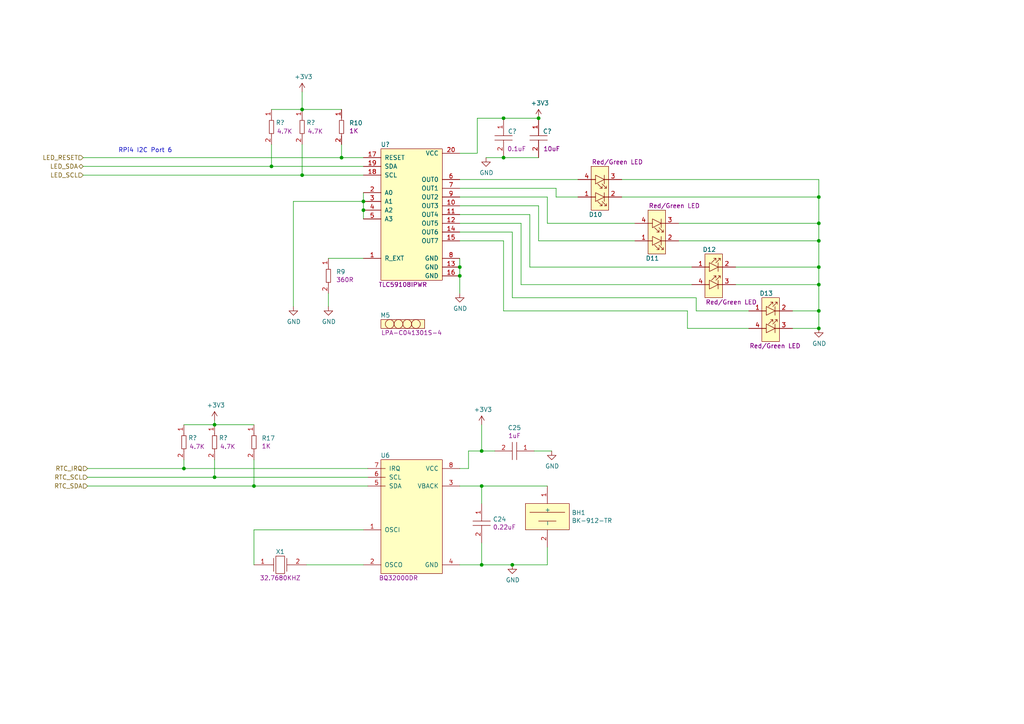
<source format=kicad_sch>
(kicad_sch (version 20231120) (generator "eeschema") (generator_version "8.0")
  (paper "A4")
  (lib_symbols
    (symbol "agricoltura-madre-rpi4-hat-rescue:+3.3V-power" (power) (pin_names (offset 0))
      (property "Value" "power_+3.3V" (at 0 3.556 0))
      (symbol "+3.3V-power_1_1"
        (pin power_in line (at 0 0 90) (length 0) hide (name "+3V3") (number "1"))
      )
    )
    (symbol "agricoltura-madre-rpi4-hat-rescue:APHBM2012SURKCGKC-growbox-KiCAD-Diodes" (pin_names (offset 1.016))
      (property "Reference" "D" (at -3.81 3.81 0))
      (property "_Value_" "Red/Green LED" (at 58.42 63.5 0))
      (symbol "APHBM2012SURKCGKC-growbox-KiCAD-Diodes_1_1"
        (pin passive line (at -6.35 0 0) (length 5.08) (name "~") (number "1"))
        (pin passive line (at 6.35 0 180) (length 5.08) (name "~") (number "2"))
        (pin passive line (at 6.35 -5.08 180) (length 5.08) (name "~") (number "3"))
        (pin passive line (at -6.35 -5.08 0) (length 5.08) (name "~") (number "4"))
      )
    )
    (symbol "agricoltura-madre-rpi4-hat-rescue:BK-912-TR-growbox-KiCAD-Battery-Holders" (pin_names (offset 1.016))
      (property "Reference" "BH" (at -2.54 6.35 0))
      (property "Value" "growbox-KiCAD-Battery-Holders_BK-912-TR" (at 2.54 -8.89 0))
      (symbol "BK-912-TR-growbox-KiCAD-Battery-Holders_1_1"
        (pin power_out line (at -8.89 -1.27 0) (length 5.08) (name "+") (number "1"))
        (pin passive line (at 8.89 -1.27 180) (length 5.08) (name "-") (number "2"))
      )
    )
    (symbol "agricoltura-madre-rpi4-hat-rescue:BQ32000DR-growbox-KiCAD-ICs-agricoltura-rpi4-hat-rescue" (pin_names (offset 1.016))
      (property "Reference" "U" (at -2.54 2.54 0))
      (property "_Value_" "BQ32000DR" (at 58.42 63.5 0))
      (symbol "BQ32000DR-growbox-KiCAD-ICs-agricoltura-rpi4-hat-rescue_1_1"
        (pin input line (at -5.08 -20.32 0) (length 5.08) (name "OSCI") (number "1"))
        (pin output line (at -5.08 -30.48 0) (length 5.08) (name "OSCO") (number "2"))
        (pin power_in line (at 22.86 -7.62 180) (length 5.08) (name "VBACK") (number "3"))
        (pin passive line (at 22.86 -30.48 180) (length 5.08) (name "GND") (number "4"))
        (pin bidirectional line (at -3.81 -7.62 0) (length 5.08) (name "SDA") (number "5"))
        (pin input line (at -3.81 -5.08 0) (length 5.08) (name "SCL") (number "6"))
        (pin output line (at -3.81 -2.54 0) (length 5.08) (name "IRQ") (number "7"))
        (pin power_in line (at 22.86 -2.54 180) (length 5.08) (name "VCC") (number "8"))
      )
    )
    (symbol "agricoltura-madre-rpi4-hat-rescue:ECS-.327-12.5-34B-TR-growbox-KiCAD-Oscillators-Clocks" (pin_names (offset 1.016))
      (property "Reference" "X" (at -2.54 2.54 0))
      (property "_Value_" "32.7680KHZ" (at 58.42 63.5 0))
      (symbol "ECS-.327-12.5-34B-TR-growbox-KiCAD-Oscillators-Clocks_1_1"
        (pin passive line (at -7.62 0 0) (length 5.08) (name "~") (number "1"))
        (pin passive line (at 7.62 0 180) (length 5.08) (name "~") (number "2"))
      )
    )
    (symbol "agricoltura-madre-rpi4-hat-rescue:GND-power" (power) (pin_names (offset 0))
      (property "Value" "power_GND" (at 0 -3.81 0))
      (symbol "GND-power_1_1"
        (pin power_in line (at 0 0 270) (length 0) hide (name "GND") (number "1"))
      )
    )
    (symbol "agricoltura-madre-rpi4-hat-rescue:GRM155C81A105KA12D-growbox-KiCAD-Capacitors" (pin_names (offset 1.016))
      (property "Reference" "C" (at -2.54 2.54 0))
      (property "_Value_" "1uF" (at 58.42 63.5 0))
      (symbol "GRM155C81A105KA12D-growbox-KiCAD-Capacitors_1_1"
        (pin input line (at -5.08 0 0) (length 5.08) (name "~") (number "1"))
        (pin input line (at 6.35 0 180) (length 5.08) (name "~") (number "2"))
      )
    )
    (symbol "agricoltura-madre-rpi4-hat-rescue:GRM155R71A224KE01D-growbox-KiCAD-Capacitors" (pin_names (offset 1.016))
      (property "Reference" "C" (at -2.54 2.54 0))
      (property "_Value_" "0.22uF" (at 58.42 63.5 0))
      (symbol "GRM155R71A224KE01D-growbox-KiCAD-Capacitors_1_1"
        (pin input line (at -5.08 0 0) (length 5.08) (name "~") (number "1"))
        (pin input line (at 6.35 0 180) (length 5.08) (name "~") (number "2"))
      )
    )
    (symbol "agricoltura-madre-rpi4-hat-rescue:GRM155R71E104KE14J-growbox-KiCAD-Capacitors" (pin_names (offset 1.016))
      (property "Reference" "C" (at -2.54 2.54 0))
      (property "_Value_" "0.1uF" (at 58.42 63.5 0))
      (symbol "GRM155R71E104KE14J-growbox-KiCAD-Capacitors_1_1"
        (pin input line (at -5.08 0 0) (length 5.08) (name "~") (number "1"))
        (pin input line (at 6.35 0 180) (length 5.08) (name "~") (number "2"))
      )
    )
    (symbol "agricoltura-madre-rpi4-hat-rescue:GRM188R61A106KE69J-growbox-KiCAD-Capacitors" (pin_names (offset 1.016))
      (property "Reference" "C" (at -2.54 2.54 0))
      (property "_Value_" "10uF" (at 58.42 63.5 0))
      (symbol "GRM188R61A106KE69J-growbox-KiCAD-Capacitors_1_1"
        (pin input line (at -5.08 0 0) (length 5.08) (name "~") (number "1"))
        (pin input line (at 6.35 0 180) (length 5.08) (name "~") (number "2"))
      )
    )
    (symbol "agricoltura-madre-rpi4-hat-rescue:LPA-C041301S-4-growbox-KiCAD-Special" (pin_names (offset 1.016))
      (property "Reference" "M" (at -2.54 2.54 0))
      (property "_Value_" "LPA-C041301S-4" (at 58.42 63.5 0))
    )
    (symbol "agricoltura-madre-rpi4-hat-rescue:RC0402FR-071KL-growbox-KiCAD-Resistors" (pin_names (offset 1.016))
      (property "Reference" "R" (at -2.54 2.54 0))
      (property "Value" "growbox-KiCAD-Resistors_RC0402FR-071KL" (at 1.27 5.08 0))
      (property "_Value_" "1K" (at 58.42 63.5 0))
      (symbol "RC0402FR-071KL-growbox-KiCAD-Resistors_1_1"
        (pin passive line (at -5.08 0 0) (length 2.5146) (name "~") (number "1"))
        (pin passive line (at 5.08 0 180) (length 2.5146) (name "~") (number "2"))
      )
    )
    (symbol "agricoltura-madre-rpi4-hat-rescue:RC0402FR-07360RL-growbox-KiCAD-Resistors" (pin_names (offset 1.016))
      (property "Reference" "R" (at -2.54 2.54 0))
      (property "Value" "growbox-KiCAD-Resistors_RC0402FR-07360RL" (at 1.27 5.08 0))
      (property "_Value_" "360R" (at 58.42 63.5 0))
      (symbol "RC0402FR-07360RL-growbox-KiCAD-Resistors_1_1"
        (pin passive line (at -5.08 0 0) (length 2.5146) (name "~") (number "1"))
        (pin passive line (at 5.08 0 180) (length 2.5146) (name "~") (number "2"))
      )
    )
    (symbol "agricoltura-madre-rpi4-hat-rescue:RC0402FR-074K7L-growbox-KiCAD-Resistors" (pin_names (offset 1.016))
      (property "Reference" "R" (at -2.54 2.54 0))
      (property "Value" "growbox-KiCAD-Resistors_RC0402FR-074K7L" (at 1.27 5.08 0))
      (property "_Value_" "4.7K" (at 58.42 63.5 0))
      (symbol "RC0402FR-074K7L-growbox-KiCAD-Resistors_1_1"
        (pin passive line (at -5.08 0 0) (length 2.5146) (name "~") (number "1"))
        (pin passive line (at 5.08 0 180) (length 2.5146) (name "~") (number "2"))
      )
    )
    (symbol "agricoltura-madre-rpi4-hat-rescue:TLC59108IPWR-growbox-KiCAD-ICs" (pin_names (offset 1.016))
      (property "Reference" "U" (at 0 1.27 0))
      (property "_Value_" "TLC59108IPWR" (at 58.42 63.5 0))
      (symbol "TLC59108IPWR-growbox-KiCAD-ICs_1_1"
        (pin input line (at -5.08 -31.75 0) (length 5.08) (name "R_EXT") (number "1"))
        (pin output line (at 22.86 -16.51 180) (length 5.08) (name "OUT3") (number "10"))
        (pin output line (at 22.86 -19.05 180) (length 5.08) (name "OUT4") (number "11"))
        (pin output line (at 22.86 -21.59 180) (length 5.08) (name "OUT5") (number "12"))
        (pin passive line (at 22.86 -34.29 180) (length 5.08) (name "GND") (number "13"))
        (pin output line (at 22.86 -24.13 180) (length 5.08) (name "OUT6") (number "14"))
        (pin output line (at 22.86 -26.67 180) (length 5.08) (name "OUT7") (number "15"))
        (pin passive line (at 22.86 -36.83 180) (length 5.08) (name "GND") (number "16"))
        (pin input line (at -5.08 -2.54 0) (length 5.08) (name "RESET") (number "17"))
        (pin input line (at -5.08 -7.62 0) (length 5.08) (name "SCL") (number "18"))
        (pin bidirectional line (at -5.08 -5.08 0) (length 5.08) (name "SDA") (number "19"))
        (pin input line (at -5.08 -12.7 0) (length 5.08) (name "A0") (number "2"))
        (pin power_in line (at 22.86 -1.27 180) (length 5.08) (name "VCC") (number "20"))
        (pin input line (at -5.08 -15.24 0) (length 5.08) (name "A1") (number "3"))
        (pin input line (at -5.08 -17.78 0) (length 5.08) (name "A2") (number "4"))
        (pin input line (at -5.08 -20.32 0) (length 5.08) (name "A3") (number "5"))
        (pin output line (at 22.86 -8.89 180) (length 5.08) (name "OUT0") (number "6"))
        (pin output line (at 22.86 -11.43 180) (length 5.08) (name "OUT1") (number "7"))
        (pin passive line (at 22.86 -31.75 180) (length 5.08) (name "GND") (number "8"))
        (pin output line (at 22.86 -13.97 180) (length 5.08) (name "OUT2") (number "9"))
      )
    )
  )
  (junction (at 146.05 45.72))
  (junction (at 237.49 95.25))
  (junction (at 62.23 123.19))
  (junction (at 237.49 69.85))
  (junction (at 148.59 163.83))
  (junction (at 139.7 140.97))
  (junction (at 133.35 77.47))
  (junction (at 237.49 90.17))
  (junction (at 146.05 34.29))
  (junction (at 62.23 138.43))
  (junction (at 237.49 77.47))
  (junction (at 99.06 45.72))
  (junction (at 53.34 135.89))
  (junction (at 237.49 57.15))
  (junction (at 156.21 34.29))
  (junction (at 105.41 58.42))
  (junction (at 237.49 64.77))
  (junction (at 87.63 50.8))
  (junction (at 133.35 80.01))
  (junction (at 78.74 48.26))
  (junction (at 139.7 130.81))
  (junction (at 87.63 31.75))
  (junction (at 139.7 163.83))
  (junction (at 237.49 82.55))
  (junction (at 105.41 60.96))
  (junction (at 73.66 140.97))
  (wire (pts (xy 95.25 74.93) (xy 105.41 74.93)))
  (wire (pts (xy 87.63 41.91) (xy 87.63 50.8)))
  (wire (pts (xy 53.34 135.89) (xy 25.4 135.89)))
  (wire (pts (xy 237.49 52.07) (xy 237.49 57.15)))
  (wire (pts (xy 237.49 64.77) (xy 237.49 69.85)))
  (wire (pts (xy 156.21 34.29) (xy 146.05 34.29)))
  (wire (pts (xy 24.13 48.26) (xy 78.74 48.26)))
  (wire (pts (xy 199.39 90.17) (xy 146.05 90.17)))
  (wire (pts (xy 139.7 163.83) (xy 139.7 157.48)))
  (wire (pts (xy 139.7 140.97) (xy 158.75 140.97)))
  (wire (pts (xy 160.02 130.81) (xy 154.94 130.81)))
  (wire (pts (xy 158.75 57.15) (xy 158.75 64.77)))
  (wire (pts (xy 135.89 135.89) (xy 133.35 135.89)))
  (wire (pts (xy 217.17 95.25) (xy 199.39 95.25)))
  (wire (pts (xy 62.23 121.92) (xy 62.23 123.19)))
  (wire (pts (xy 133.35 57.15) (xy 158.75 57.15)))
  (wire (pts (xy 139.7 130.81) (xy 135.89 130.81)))
  (wire (pts (xy 237.49 95.25) (xy 229.87 95.25)))
  (wire (pts (xy 237.49 77.47) (xy 237.49 82.55)))
  (wire (pts (xy 78.74 41.91) (xy 78.74 48.26)))
  (wire (pts (xy 135.89 130.81) (xy 135.89 135.89)))
  (wire (pts (xy 180.34 57.15) (xy 237.49 57.15)))
  (wire (pts (xy 87.63 26.67) (xy 87.63 31.75)))
  (wire (pts (xy 148.59 163.83) (xy 158.75 163.83)))
  (wire (pts (xy 148.59 67.31) (xy 148.59 86.36)))
  (wire (pts (xy 213.36 77.47) (xy 237.49 77.47)))
  (wire (pts (xy 106.68 135.89) (xy 53.34 135.89)))
  (wire (pts (xy 201.93 86.36) (xy 201.93 90.17)))
  (wire (pts (xy 140.97 45.72) (xy 146.05 45.72)))
  (wire (pts (xy 196.85 69.85) (xy 237.49 69.85)))
  (wire (pts (xy 133.35 163.83) (xy 139.7 163.83)))
  (wire (pts (xy 146.05 69.85) (xy 133.35 69.85)))
  (wire (pts (xy 138.43 34.29) (xy 138.43 44.45)))
  (wire (pts (xy 133.35 62.23) (xy 153.67 62.23)))
  (wire (pts (xy 237.49 57.15) (xy 237.49 64.77)))
  (wire (pts (xy 237.49 90.17) (xy 237.49 95.25)))
  (wire (pts (xy 24.13 45.72) (xy 99.06 45.72)))
  (wire (pts (xy 139.7 163.83) (xy 148.59 163.83)))
  (wire (pts (xy 85.09 58.42) (xy 85.09 88.9)))
  (wire (pts (xy 237.49 82.55) (xy 237.49 90.17)))
  (wire (pts (xy 105.41 58.42) (xy 85.09 58.42)))
  (wire (pts (xy 73.66 153.67) (xy 73.66 163.83)))
  (wire (pts (xy 146.05 45.72) (xy 156.21 45.72)))
  (wire (pts (xy 62.23 133.35) (xy 62.23 138.43)))
  (wire (pts (xy 146.05 90.17) (xy 146.05 69.85)))
  (wire (pts (xy 148.59 86.36) (xy 201.93 86.36)))
  (wire (pts (xy 133.35 77.47) (xy 133.35 80.01)))
  (wire (pts (xy 105.41 153.67) (xy 73.66 153.67)))
  (wire (pts (xy 200.66 82.55) (xy 151.13 82.55)))
  (wire (pts (xy 133.35 52.07) (xy 167.64 52.07)))
  (wire (pts (xy 88.9 163.83) (xy 105.41 163.83)))
  (wire (pts (xy 24.13 50.8) (xy 87.63 50.8)))
  (wire (pts (xy 133.35 80.01) (xy 133.35 85.09)))
  (wire (pts (xy 184.15 69.85) (xy 156.21 69.85)))
  (wire (pts (xy 73.66 123.19) (xy 62.23 123.19)))
  (wire (pts (xy 201.93 90.17) (xy 217.17 90.17)))
  (wire (pts (xy 156.21 59.69) (xy 133.35 59.69)))
  (wire (pts (xy 53.34 123.19) (xy 62.23 123.19)))
  (wire (pts (xy 78.74 48.26) (xy 105.41 48.26)))
  (wire (pts (xy 133.35 67.31) (xy 148.59 67.31)))
  (wire (pts (xy 95.25 85.09) (xy 95.25 88.9)))
  (wire (pts (xy 106.68 138.43) (xy 62.23 138.43)))
  (wire (pts (xy 133.35 74.93) (xy 133.35 77.47)))
  (wire (pts (xy 105.41 58.42) (xy 105.41 60.96)))
  (wire (pts (xy 87.63 50.8) (xy 105.41 50.8)))
  (wire (pts (xy 73.66 133.35) (xy 73.66 140.97)))
  (wire (pts (xy 143.51 130.81) (xy 139.7 130.81)))
  (wire (pts (xy 139.7 123.19) (xy 139.7 130.81)))
  (wire (pts (xy 180.34 52.07) (xy 237.49 52.07)))
  (wire (pts (xy 139.7 140.97) (xy 139.7 146.05)))
  (wire (pts (xy 158.75 163.83) (xy 158.75 158.75)))
  (wire (pts (xy 133.35 140.97) (xy 139.7 140.97)))
  (wire (pts (xy 105.41 45.72) (xy 99.06 45.72)))
  (wire (pts (xy 153.67 77.47) (xy 200.66 77.47)))
  (wire (pts (xy 237.49 69.85) (xy 237.49 77.47)))
  (wire (pts (xy 158.75 64.77) (xy 184.15 64.77)))
  (wire (pts (xy 151.13 64.77) (xy 133.35 64.77)))
  (wire (pts (xy 229.87 90.17) (xy 237.49 90.17)))
  (wire (pts (xy 196.85 64.77) (xy 237.49 64.77)))
  (wire (pts (xy 156.21 69.85) (xy 156.21 59.69)))
  (wire (pts (xy 105.41 55.88) (xy 105.41 58.42)))
  (wire (pts (xy 99.06 45.72) (xy 99.06 41.91)))
  (wire (pts (xy 213.36 82.55) (xy 237.49 82.55)))
  (wire (pts (xy 153.67 62.23) (xy 153.67 77.47)))
  (wire (pts (xy 99.06 31.75) (xy 87.63 31.75)))
  (wire (pts (xy 105.41 60.96) (xy 105.41 63.5)))
  (wire (pts (xy 133.35 54.61) (xy 161.29 54.61)))
  (wire (pts (xy 199.39 95.25) (xy 199.39 90.17)))
  (wire (pts (xy 151.13 82.55) (xy 151.13 64.77)))
  (wire (pts (xy 146.05 34.29) (xy 138.43 34.29)))
  (wire (pts (xy 62.23 138.43) (xy 25.4 138.43)))
  (wire (pts (xy 53.34 133.35) (xy 53.34 135.89)))
  (wire (pts (xy 161.29 57.15) (xy 167.64 57.15)))
  (wire (pts (xy 138.43 44.45) (xy 133.35 44.45)))
  (wire (pts (xy 73.66 140.97) (xy 25.4 140.97)))
  (wire (pts (xy 78.74 31.75) (xy 87.63 31.75)))
  (wire (pts (xy 106.68 140.97) (xy 73.66 140.97)))
  (wire (pts (xy 161.29 54.61) (xy 161.29 57.15)))
  (text "RPi4 I2C Port 6" (at 34.29 44.45 0) (effects (font (size 1.27 1.27)) (justify left bottom)))
  (hierarchical_label "LED_SCL" (shape input) (at 24.13 50.8 180))
  (hierarchical_label "RTC_IRQ" (shape input) (at 25.4 135.89 180))
  (hierarchical_label "RTC_SDA" (shape input) (at 25.4 140.97 180))
  (hierarchical_label "LED_RESET" (shape input) (at 24.13 45.72 180))
  (hierarchical_label "LED_SDA" (shape bidirectional) (at 24.13 48.26 180))
  (hierarchical_label "RTC_SCL" (shape input) (at 25.4 138.43 180))
  (symbol (lib_id "agricoltura-madre-rpi4-hat-rescue:TLC59108IPWR-growbox-KiCAD-ICs") (at 110.49 43.18 0) (unit 1)
    (property "Reference" "U?" (at 111.76 41.91 0))
    (property "Value" "TLC59108IPWR" (effects (hide yes)))
    (property "Footprint" "growbox-KiCAD-ICs:20TSSOP_Ti_PWR" (effects (hide yes)))
    (property "Datasheet" "https://www.ti.com/lit/ds/symlink/tlc59108.pdf" (effects (hide yes)))
    (property "Cost QTY: 1" "1.95000" (effects (hide yes)))
    (property "Cost QTY: 1000" "0.89100" (effects (hide yes)))
    (property "Cost QTY: 2500" "0.85800" (effects (hide yes)))
    (property "Cost QTY: 5000" "*" (effects (hide yes)))
    (property "Cost QTY: 10000" "0.81180" (effects (hide yes)))
    (property "MFR" "TLC59108IPWR" (effects (hide yes)))
    (property "MFR#" "Texas Instruments" (effects (hide yes)))
    (property "Vendor" "Digikey" (effects (hide yes)))
    (property "Vendor #" "296-25340-2-ND" (effects (hide yes)))
    (property "Designer" "AVR" (effects (hide yes)))
    (property "Height" "*" (effects (hide yes)))
    (property "Date Created" "3/15/2020" (effects (hide yes)))
    (property "Date Modified" "3/15/2020" (effects (hide yes)))
    (property "Lead-Free ?" "Yes" (effects (hide yes)))
    (property "RoHS Levels" "1" (effects (hide yes)))
    (property "Mounting" "SMT" (effects (hide yes)))
    (property "Pin Count #" "20" (effects (hide yes)))
    (property "Status" "Active" (effects (hide yes)))
    (property "Tolerance" "*" (effects (hide yes)))
    (property "Type" "LED Driver" (effects (hide yes)))
    (property "Voltage" "3-5.5V IN, 17V OUT" (effects (hide yes)))
    (property "Package" "20-TSSOP" (effects (hide yes)))
    (property "Description" "LED Driver IC 8 Output Linear   Dimming 120mA 20-TSSOP" (effects (hide yes)))
    (property "_Value_" "TLC59108IPWR" (at 116.84 82.55 0))
    (property "Management_ID" "*" (effects (hide yes)))
    (instances (project "agricoltura-madre-rpi4-hat" (path "" (reference "U?") (unit 1)) (path "" (reference "U?") (unit 1)) (path "" (reference "U4") (unit 1))))
  )
  (symbol (lib_id "agricoltura-madre-rpi4-hat-rescue:GRM155R71E104KE14J-growbox-KiCAD-Capacitors") (at 146.05 39.37 270) (unit 1)
    (property "Reference" "C?" (at 148.59 38.1 90))
    (property "Value" "GRM155R71E104KE14J" (effects (hide yes)))
    (property "Footprint" "growbox-KiCAD-Capacitors:C0402" (effects (hide yes)))
    (property "Datasheet" "https://search.murata.co.jp/Ceramy/image/img/A01X/G101/ENG/GRM155R71E104KE14-01.pdf" (effects (hide yes)))
    (property "Cost QTY: 1" "0.10000" (effects (hide yes)))
    (property "Cost QTY: 1000" "0.00941" (effects (hide yes)))
    (property "Cost QTY: 2500" "0.00855" (effects (hide yes)))
    (property "Cost QTY: 5000" "0.00787" (effects (hide yes)))
    (property "Cost QTY: 10000" "*" (effects (hide yes)))
    (property "MFR" "Murata Electronics" (effects (hide yes)))
    (property "MFR#" "GRM155R71E104KE14J" (effects (hide yes)))
    (property "Vendor" "Digikey" (effects (hide yes)))
    (property "Vendor #" "490-14603-1-ND" (effects (hide yes)))
    (property "Designer" "AVR" (effects (hide yes)))
    (property "Height" "0.55mm" (effects (hide yes)))
    (property "Date Created" "2/28/2020" (effects (hide yes)))
    (property "Date Modified" "2/28/2020" (effects (hide yes)))
    (property "Lead-Free ?" "Yes" (effects (hide yes)))
    (property "RoHS Levels" "1" (effects (hide yes)))
    (property "Mounting" "SMT" (effects (hide yes)))
    (property "Pin Count #" "2" (effects (hide yes)))
    (property "Status" "Active" (effects (hide yes)))
    (property "Tolerance" "10%" (effects (hide yes)))
    (property "Type" "Ceramic Cap" (effects (hide yes)))
    (property "Voltage" "25V" (effects (hide yes)))
    (property "Package" "0402" (effects (hide yes)))
    (property "Description" "0.1µF ±10% 25V Ceramic Capacitor X7R 0402 (1005 Metric)" (effects (hide yes)))
    (property "_Value_" "0.1uF" (at 149.86 43.18 90))
    (property "Management_ID" "*" (effects (hide yes)))
    (instances (project "agricoltura-madre-rpi4-hat" (path "" (reference "C?") (unit 1)) (path "" (reference "C?") (unit 1)) (path "" (reference "C20") (unit 1))))
  )
  (symbol (lib_id "agricoltura-madre-rpi4-hat-rescue:GRM188R61A106KE69J-growbox-KiCAD-Capacitors") (at 156.21 39.37 270) (unit 1)
    (property "Reference" "C?" (at 158.75 38.1 90))
    (property "Value" "GRM188R61A106KE69J" (effects (hide yes)))
    (property "Footprint" "growbox-KiCAD-Capacitors:C0603" (effects (hide yes)))
    (property "Datasheet" "https://search.murata.co.jp/Ceramy/image/img/A01X/G101/ENG/GRM188R61A106KE69-01.pdf" (effects (hide yes)))
    (property "Cost QTY: 1" "0.18000" (effects (hide yes)))
    (property "Cost QTY: 1000" "0.03841" (effects (hide yes)))
    (property "Cost QTY: 2500" "0.03674" (effects (hide yes)))
    (property "Cost QTY: 5000" "0.03340" (effects (hide yes)))
    (property "Cost QTY: 10000" "0.02640" (effects (hide yes)))
    (property "MFR" "Murata Electronics" (effects (hide yes)))
    (property "MFR#" "GRM188R61A106KE69J" (effects (hide yes)))
    (property "Vendor" "Digikey" (effects (hide yes)))
    (property "Vendor #" "490-14372-2-ND" (effects (hide yes)))
    (property "Designer" "AVR" (effects (hide yes)))
    (property "Height" "0.95mm" (effects (hide yes)))
    (property "Date Created" "2/28/2020" (effects (hide yes)))
    (property "Date Modified" "2/28/2020" (effects (hide yes)))
    (property "Lead-Free ?" "Yes" (effects (hide yes)))
    (property "RoHS Levels" "1" (effects (hide yes)))
    (property "Mounting" "SMT" (effects (hide yes)))
    (property "Pin Count #" "2" (effects (hide yes)))
    (property "Status" "Active" (effects (hide yes)))
    (property "Tolerance" "10%" (effects (hide yes)))
    (property "Type" "Ceramic Cap" (effects (hide yes)))
    (property "Voltage" "10V" (effects (hide yes)))
    (property "Package" "0603" (effects (hide yes)))
    (property "Description" "10µF ±10% 10V Ceramic Capacitor X5R 0603 (1608 Metric)" (effects (hide yes)))
    (property "_Value_" "10uF" (at 160.02 43.18 90))
    (property "Management_ID" "*" (effects (hide yes)))
    (instances (project "agricoltura-madre-rpi4-hat" (path "" (reference "C?") (unit 1)) (path "" (reference "C?") (unit 1)) (path "" (reference "C21") (unit 1))))
  )
  (symbol (lib_id "agricoltura-madre-rpi4-hat-rescue:GND-power") (at 133.35 85.09 0) (unit 1)
    (property "Reference" "#PWR029" (effects (hide yes)))
    (property "Value" "GND" (at 133.477 89.4842 0))
    (instances (project "agricoltura-madre-rpi4-hat" (path "" (reference "#PWR029") (unit 1)) (path "" (reference "#PWR?") (unit 1))))
  )
  (symbol (lib_id "agricoltura-madre-rpi4-hat-rescue:+3.3V-power") (at 156.21 34.29 0) (unit 1)
    (property "Reference" "#PWR031" (effects (hide yes)))
    (property "Value" "+3V3" (at 156.591 29.8958 0))
    (instances (project "agricoltura-madre-rpi4-hat" (path "" (reference "#PWR031") (unit 1)) (path "" (reference "#PWR?") (unit 1))))
  )
  (symbol (lib_id "agricoltura-madre-rpi4-hat-rescue:GND-power") (at 140.97 45.72 0) (unit 1)
    (property "Reference" "#PWR030" (effects (hide yes)))
    (property "Value" "GND" (at 141.097 50.1142 0))
    (instances (project "agricoltura-madre-rpi4-hat" (path "" (reference "#PWR030") (unit 1)) (path "" (reference "#PWR?") (unit 1))))
  )
  (symbol (lib_id "agricoltura-madre-rpi4-hat-rescue:APHBM2012SURKCGKC-growbox-KiCAD-Diodes") (at 173.99 57.15 0) (mirror x) (unit 1)
    (property "Reference" "D10" (at 172.72 62.23 0))
    (property "Value" "APHBM2012SURKCGKC" (effects (hide yes)))
    (property "Footprint" "growbox-KiCAD-Diodes:LED_APHBM2012SURKCGKC" (effects (hide yes)))
    (property "Datasheet" "http://www.kingbrightusa.com/images/catalog/SPEC/APHBM2012SURKCGKC.pdf" (effects (hide yes)))
    (property "Cost QTY: 1" "0.53000" (effects (hide yes)))
    (property "Cost QTY: 1000" "0.14040" (effects (hide yes)))
    (property "Cost QTY: 2500" "0.12870" (effects (hide yes)))
    (property "Cost QTY: 10000" "0.10920" (effects (hide yes)))
    (property "MFR" "Kingbright" (effects (hide yes)))
    (property "MFR#" "APHBM2012SURKCGKC" (effects (hide yes)))
    (property "Vendor" "Digikey" (effects (hide yes)))
    (property "Vendor #" "754-1093-2-ND" (effects (hide yes)))
    (property "Designer" "AVR" (effects (hide yes)))
    (property "Height" "0.45mm" (effects (hide yes)))
    (property "Date Created" "3/25/2020" (effects (hide yes)))
    (property "Date Modified" "3/25/2020" (effects (hide yes)))
    (property "Lead-Free ?" "Yes" (effects (hide yes)))
    (property "RoHS Levels" "1" (effects (hide yes)))
    (property "Mounting" "SMT" (effects (hide yes)))
    (property "Pin Count #" "4" (effects (hide yes)))
    (property "Status" "Active" (effects (hide yes)))
    (property "Tolerance" "*" (effects (hide yes)))
    (property "Type" "Red/Green Dual Color LED" (effects (hide yes)))
    (property "Voltage" "2.1V/1.95V" (effects (hide yes)))
    (property "Package" "0603" (effects (hide yes)))
    (property "Description" "Green, Red 570nm Green, 630nm Red LED Indication - Discrete 2.1V Green, 1.95V Red 0805 (2012 Metric)" (effects (hide yes)))
    (property "_Value_" "Red/Green LED" (at 179.07 46.99 0))
    (property "Management_ID" "*" (effects (hide yes)))
    (instances (project "agricoltura-madre-rpi4-hat" (path "" (reference "D10") (unit 1)) (path "" (reference "D?") (unit 1))))
  )
  (symbol (lib_id "agricoltura-madre-rpi4-hat-rescue:APHBM2012SURKCGKC-growbox-KiCAD-Diodes") (at 190.5 69.85 0) (mirror x) (unit 1)
    (property "Reference" "D11" (at 189.23 74.93 0))
    (property "Value" "APHBM2012SURKCGKC" (effects (hide yes)))
    (property "Footprint" "growbox-KiCAD-Diodes:LED_APHBM2012SURKCGKC" (effects (hide yes)))
    (property "Datasheet" "http://www.kingbrightusa.com/images/catalog/SPEC/APHBM2012SURKCGKC.pdf" (effects (hide yes)))
    (property "Cost QTY: 1" "0.53000" (effects (hide yes)))
    (property "Cost QTY: 1000" "0.14040" (effects (hide yes)))
    (property "Cost QTY: 2500" "0.12870" (effects (hide yes)))
    (property "Cost QTY: 10000" "0.10920" (effects (hide yes)))
    (property "MFR" "Kingbright" (effects (hide yes)))
    (property "MFR#" "APHBM2012SURKCGKC" (effects (hide yes)))
    (property "Vendor" "Digikey" (effects (hide yes)))
    (property "Vendor #" "754-1093-2-ND" (effects (hide yes)))
    (property "Designer" "AVR" (effects (hide yes)))
    (property "Height" "0.45mm" (effects (hide yes)))
    (property "Date Created" "3/25/2020" (effects (hide yes)))
    (property "Date Modified" "3/25/2020" (effects (hide yes)))
    (property "Lead-Free ?" "Yes" (effects (hide yes)))
    (property "RoHS Levels" "1" (effects (hide yes)))
    (property "Mounting" "SMT" (effects (hide yes)))
    (property "Pin Count #" "4" (effects (hide yes)))
    (property "Status" "Active" (effects (hide yes)))
    (property "Tolerance" "*" (effects (hide yes)))
    (property "Type" "Red/Green Dual Color LED" (effects (hide yes)))
    (property "Voltage" "2.1V/1.95V" (effects (hide yes)))
    (property "Package" "0603" (effects (hide yes)))
    (property "Description" "Green, Red 570nm Green, 630nm Red LED Indication - Discrete 2.1V Green, 1.95V Red 0805 (2012 Metric)" (effects (hide yes)))
    (property "_Value_" "Red/Green LED" (at 195.58 59.69 0))
    (property "Management_ID" "*" (effects (hide yes)))
    (instances (project "agricoltura-madre-rpi4-hat" (path "" (reference "D11") (unit 1)) (path "" (reference "D?") (unit 1))))
  )
  (symbol (lib_id "agricoltura-madre-rpi4-hat-rescue:APHBM2012SURKCGKC-growbox-KiCAD-Diodes") (at 207.01 77.47 0) (unit 1)
    (property "Reference" "D12" (at 205.74 72.39 0))
    (property "Value" "APHBM2012SURKCGKC" (effects (hide yes)))
    (property "Footprint" "growbox-KiCAD-Diodes:LED_APHBM2012SURKCGKC" (effects (hide yes)))
    (property "Datasheet" "http://www.kingbrightusa.com/images/catalog/SPEC/APHBM2012SURKCGKC.pdf" (effects (hide yes)))
    (property "Cost QTY: 1" "0.53000" (effects (hide yes)))
    (property "Cost QTY: 1000" "0.14040" (effects (hide yes)))
    (property "Cost QTY: 2500" "0.12870" (effects (hide yes)))
    (property "Cost QTY: 10000" "0.10920" (effects (hide yes)))
    (property "MFR" "Kingbright" (effects (hide yes)))
    (property "MFR#" "APHBM2012SURKCGKC" (effects (hide yes)))
    (property "Vendor" "Digikey" (effects (hide yes)))
    (property "Vendor #" "754-1093-2-ND" (effects (hide yes)))
    (property "Designer" "AVR" (effects (hide yes)))
    (property "Height" "0.45mm" (effects (hide yes)))
    (property "Date Created" "3/25/2020" (effects (hide yes)))
    (property "Date Modified" "3/25/2020" (effects (hide yes)))
    (property "Lead-Free ?" "Yes" (effects (hide yes)))
    (property "RoHS Levels" "1" (effects (hide yes)))
    (property "Mounting" "SMT" (effects (hide yes)))
    (property "Pin Count #" "4" (effects (hide yes)))
    (property "Status" "Active" (effects (hide yes)))
    (property "Tolerance" "*" (effects (hide yes)))
    (property "Type" "Red/Green Dual Color LED" (effects (hide yes)))
    (property "Voltage" "2.1V/1.95V" (effects (hide yes)))
    (property "Package" "0603" (effects (hide yes)))
    (property "Description" "Green, Red 570nm Green, 630nm Red LED Indication - Discrete 2.1V Green, 1.95V Red 0805 (2012 Metric)" (effects (hide yes)))
    (property "_Value_" "Red/Green LED" (at 212.09 87.63 0))
    (property "Management_ID" "*" (effects (hide yes)))
    (instances (project "agricoltura-madre-rpi4-hat" (path "" (reference "D12") (unit 1)) (path "" (reference "D?") (unit 1))))
  )
  (symbol (lib_id "agricoltura-madre-rpi4-hat-rescue:APHBM2012SURKCGKC-growbox-KiCAD-Diodes") (at 223.52 90.17 0) (unit 1)
    (property "Reference" "D13" (at 222.25 85.09 0))
    (property "Value" "APHBM2012SURKCGKC" (effects (hide yes)))
    (property "Footprint" "growbox-KiCAD-Diodes:LED_APHBM2012SURKCGKC" (effects (hide yes)))
    (property "Datasheet" "http://www.kingbrightusa.com/images/catalog/SPEC/APHBM2012SURKCGKC.pdf" (effects (hide yes)))
    (property "Cost QTY: 1" "0.53000" (effects (hide yes)))
    (property "Cost QTY: 1000" "0.14040" (effects (hide yes)))
    (property "Cost QTY: 2500" "0.12870" (effects (hide yes)))
    (property "Cost QTY: 10000" "0.10920" (effects (hide yes)))
    (property "MFR" "Kingbright" (effects (hide yes)))
    (property "MFR#" "APHBM2012SURKCGKC" (effects (hide yes)))
    (property "Vendor" "Digikey" (effects (hide yes)))
    (property "Vendor #" "754-1093-2-ND" (effects (hide yes)))
    (property "Designer" "AVR" (effects (hide yes)))
    (property "Height" "0.45mm" (effects (hide yes)))
    (property "Date Created" "3/25/2020" (effects (hide yes)))
    (property "Date Modified" "3/25/2020" (effects (hide yes)))
    (property "Lead-Free ?" "Yes" (effects (hide yes)))
    (property "RoHS Levels" "1" (effects (hide yes)))
    (property "Mounting" "SMT" (effects (hide yes)))
    (property "Pin Count #" "4" (effects (hide yes)))
    (property "Status" "Active" (effects (hide yes)))
    (property "Tolerance" "*" (effects (hide yes)))
    (property "Type" "Red/Green Dual Color LED" (effects (hide yes)))
    (property "Voltage" "2.1V/1.95V" (effects (hide yes)))
    (property "Package" "0603" (effects (hide yes)))
    (property "Description" "Green, Red 570nm Green, 630nm Red LED Indication - Discrete 2.1V Green, 1.95V Red 0805 (2012 Metric)" (effects (hide yes)))
    (property "_Value_" "Red/Green LED" (at 224.79 100.33 0))
    (property "Management_ID" "*" (effects (hide yes)))
    (instances (project "agricoltura-madre-rpi4-hat" (path "" (reference "D13") (unit 1)) (path "" (reference "D?") (unit 1))))
  )
  (symbol (lib_id "agricoltura-madre-rpi4-hat-rescue:GND-power") (at 237.49 95.25 0) (unit 1)
    (property "Reference" "#PWR032" (effects (hide yes)))
    (property "Value" "GND" (at 237.617 99.6442 0))
    (instances (project "agricoltura-madre-rpi4-hat" (path "" (reference "#PWR032") (unit 1)) (path "" (reference "#PWR?") (unit 1))))
  )
  (symbol (lib_id "agricoltura-madre-rpi4-hat-rescue:LPA-C041301S-4-growbox-KiCAD-Special") (at 110.49 91.44 0) (unit 1)
    (property "Reference" "M5" (at 111.76 91.44 0))
    (property "Value" "LPA-C041301S-4" (effects (hide yes)))
    (property "Footprint" "growbox-KiCAD-Special:LPA-C041301S-4" (effects (hide yes)))
    (property "Datasheet" "https://www.lumex.com/spec/LPA-C041301S-X.pdf" (effects (hide yes)))
    (property "Cost QTY: 1" "3.16000" (effects (hide yes)))
    (property "Cost QTY: 1000" "1.39916" (effects (hide yes)))
    (property "Cost QTY: 2500" "*" (effects (hide yes)))
    (property "Cost QTY: 5000" "1.31500" (effects (hide yes)))
    (property "Cost QTY: 10000" "*" (effects (hide yes)))
    (property "MFR" "Lumex Opto/Components Inc." (effects (hide yes)))
    (property "MFR#" "LPA-C041301S-4" (effects (hide yes)))
    (property "Vendor" "Digikey" (effects (hide yes)))
    (property "Vendor #" "67-2304-ND" (effects (hide yes)))
    (property "Designer" "AVR" (effects (hide yes)))
    (property "Height" "8.5mm" (effects (hide yes)))
    (property "Date Created" "4/15/2020" (effects (hide yes)))
    (property "Date Modified" "4/15/2020" (effects (hide yes)))
    (property "Lead-Free ?" "Yes" (effects (hide yes)))
    (property "RoHS Levels" "1" (effects (hide yes)))
    (property "Mounting" "Through Hole" (effects (hide yes)))
    (property "Pin Count #" "2" (effects (hide yes)))
    (property "Status" "Active" (effects (hide yes)))
    (property "Tolerance" "*" (effects (hide yes)))
    (property "Type" "Light Pipe Module" (effects (hide yes)))
    (property "Voltage" "*" (effects (hide yes)))
    (property "Package" "Proprietary" (effects (hide yes)))
    (property "Description" "Light Pipe 4 Wide Clear Rigid Round, 3mm, T-1 Board Mount, Press Fit" (effects (hide yes)))
    (property "_Value_" "LPA-C041301S-4" (at 119.38 96.52 0))
    (property "Management_ID" "*" (effects (hide yes)))
  )
  (symbol (lib_id "agricoltura-madre-rpi4-hat-rescue:RC0402FR-074K7L-growbox-KiCAD-Resistors") (at 87.63 36.83 270) (unit 1)
    (property "Reference" "R?" (at 90.17 35.56 90))
    (property "Value" "RC0402FR-074K7L" (effects (hide yes)))
    (property "Footprint" "growbox-KiCAD-Resistors:R0402" (effects (hide yes)))
    (property "Datasheet" "https://www.yageo.com/upload/media/product/productsearch/datasheet/rchip/PYu-RC_Group_51_RoHS_L_10.pdf" (effects (hide yes)))
    (property "Cost QTY: 1" "0.10000" (effects (hide yes)))
    (property "Cost QTY: 1000" "0.00289" (effects (hide yes)))
    (property "Cost QTY: 2500" "0.00251" (effects (hide yes)))
    (property "Cost QTY: 5000" "0.00207" (effects (hide yes)))
    (property "Cost QTY: 10000" "0.00163" (effects (hide yes)))
    (property "MFR" "Yageo" (effects (hide yes)))
    (property "MFR#" "RC0402FR-074K7L" (effects (hide yes)))
    (property "Vendor" "Digikey" (effects (hide yes)))
    (property "Vendor #" "311-4.7KLRCT-ND" (effects (hide yes)))
    (property "Designer" "AVR" (effects (hide yes)))
    (property "Height" "0.4mm" (effects (hide yes)))
    (property "Date Created" "12/11/2019" (effects (hide yes)))
    (property "Date Modified" "12/11/2019" (effects (hide yes)))
    (property "Lead-Free ?" "Yes" (effects (hide yes)))
    (property "RoHS Levels" "1" (effects (hide yes)))
    (property "Mounting" "SMT" (effects (hide yes)))
    (property "Pin Count #" "2" (effects (hide yes)))
    (property "Status" "Active" (effects (hide yes)))
    (property "Tolerance" "1%" (effects (hide yes)))
    (property "Type" "Thick Film Resistor" (effects (hide yes)))
    (property "Voltage" "*" (effects (hide yes)))
    (property "Package" "0402" (effects (hide yes)))
    (property "_Value_" "4.7K" (at 91.44 38.1 90))
    (property "Management_ID" "*" (effects (hide yes)))
    (property "Description" "4.7 kOhms ±1% 0.063W, 1/16W Chip Resistor 0402 (1005 Metric) Moisture Resistant Thick Film" (effects (hide yes)))
    (instances (project "agricoltura-madre-rpi4-hat" (path "" (reference "R?") (unit 1)) (path "" (reference "R?") (unit 1)) (path "" (reference "R8") (unit 1))))
  )
  (symbol (lib_id "agricoltura-madre-rpi4-hat-rescue:RC0402FR-074K7L-growbox-KiCAD-Resistors") (at 78.74 36.83 270) (unit 1)
    (property "Reference" "R?" (at 81.28 35.56 90))
    (property "Value" "RC0402FR-074K7L" (effects (hide yes)))
    (property "Footprint" "growbox-KiCAD-Resistors:R0402" (effects (hide yes)))
    (property "Datasheet" "https://www.yageo.com/upload/media/product/productsearch/datasheet/rchip/PYu-RC_Group_51_RoHS_L_10.pdf" (effects (hide yes)))
    (property "Cost QTY: 1" "0.10000" (effects (hide yes)))
    (property "Cost QTY: 1000" "0.00289" (effects (hide yes)))
    (property "Cost QTY: 2500" "0.00251" (effects (hide yes)))
    (property "Cost QTY: 5000" "0.00207" (effects (hide yes)))
    (property "Cost QTY: 10000" "0.00163" (effects (hide yes)))
    (property "MFR" "Yageo" (effects (hide yes)))
    (property "MFR#" "RC0402FR-074K7L" (effects (hide yes)))
    (property "Vendor" "Digikey" (effects (hide yes)))
    (property "Vendor #" "311-4.7KLRCT-ND" (effects (hide yes)))
    (property "Designer" "AVR" (effects (hide yes)))
    (property "Height" "0.4mm" (effects (hide yes)))
    (property "Date Created" "12/11/2019" (effects (hide yes)))
    (property "Date Modified" "12/11/2019" (effects (hide yes)))
    (property "Lead-Free ?" "Yes" (effects (hide yes)))
    (property "RoHS Levels" "1" (effects (hide yes)))
    (property "Mounting" "SMT" (effects (hide yes)))
    (property "Pin Count #" "2" (effects (hide yes)))
    (property "Status" "Active" (effects (hide yes)))
    (property "Tolerance" "1%" (effects (hide yes)))
    (property "Type" "Thick Film Resistor" (effects (hide yes)))
    (property "Voltage" "*" (effects (hide yes)))
    (property "Package" "0402" (effects (hide yes)))
    (property "_Value_" "4.7K" (at 82.55 38.1 90))
    (property "Management_ID" "*" (effects (hide yes)))
    (property "Description" "4.7 kOhms ±1% 0.063W, 1/16W Chip Resistor 0402 (1005 Metric) Moisture Resistant Thick Film" (effects (hide yes)))
    (instances (project "agricoltura-madre-rpi4-hat" (path "" (reference "R?") (unit 1)) (path "" (reference "R?") (unit 1)) (path "" (reference "R7") (unit 1))))
  )
  (symbol (lib_id "agricoltura-madre-rpi4-hat-rescue:+3.3V-power") (at 87.63 26.67 0) (unit 1)
    (property "Reference" "#PWR027" (effects (hide yes)))
    (property "Value" "+3V3" (at 88.011 22.2758 0))
    (instances (project "agricoltura-madre-rpi4-hat" (path "" (reference "#PWR027") (unit 1)) (path "" (reference "#PWR?") (unit 1))))
  )
  (symbol (lib_id "agricoltura-madre-rpi4-hat-rescue:BQ32000DR-growbox-KiCAD-ICs-agricoltura-rpi4-hat-rescue") (at 110.49 133.35 0) (unit 1)
    (property "Reference" "U6" (at 111.76 132.08 0))
    (property "Value" "BQ32000DR" (effects (hide yes)))
    (property "Footprint" "growbox-KiCAD-ICs:BQ32000DR" (effects (hide yes)))
    (property "Datasheet" "https://www.ti.com/lit/ds/symlink/bq32000.pdf" (effects (hide yes)))
    (property "Cost QTY: 1" "1.60000" (effects (hide yes)))
    (property "Cost QTY: 1000" "0.72600" (effects (hide yes)))
    (property "Cost QTY: 2500" "0.67760" (effects (hide yes)))
    (property "Cost QTY: 5000" "0.64372" (effects (hide yes)))
    (property "Cost QTY: 10000" "*" (effects (hide yes)))
    (property "MFR" "Texas Instruments" (effects (hide yes)))
    (property "MFR#" "IC RTC CLK/CALENDAR I2C 8-SOIC" (effects (hide yes)))
    (property "Vendor" "Digikey" (effects (hide yes)))
    (property "Vendor #" "296-24583-1-ND" (effects (hide yes)))
    (property "Designer" "AVR" (effects (hide yes)))
    (property "Height" "1.75mm" (effects (hide yes)))
    (property "Date Created" "4/20/2020" (effects (hide yes)))
    (property "Date Modified" "4/20/2020" (effects (hide yes)))
    (property "Lead-Free ?" "Yes" (effects (hide yes)))
    (property "RoHS Levels" "1" (effects (hide yes)))
    (property "Mounting" "SMT" (effects (hide yes)))
    (property "Pin Count #" "8" (effects (hide yes)))
    (property "Status" "Active" (effects (hide yes)))
    (property "Tolerance" "*" (effects (hide yes)))
    (property "Type" "RTC" (effects (hide yes)))
    (property "Voltage" "3.3V" (effects (hide yes)))
    (property "Package" "SOIC8" (effects (hide yes)))
    (property "Description" "Real Time Clock (RTC) IC Clock/Calendar I²C, 2-Wire Serial 8-SOIC (0.154\", 3.90mm Width)" (effects (hide yes)))
    (property "_Value_" "BQ32000DR" (at 115.57 167.64 0))
    (property "Management_ID" "*" (effects (hide yes)))
  )
  (symbol (lib_id "agricoltura-madre-rpi4-hat-rescue:BK-912-TR-growbox-KiCAD-Battery-Holders") (at 160.02 149.86 270) (unit 1)
    (property "Reference" "BH1" (at 165.8112 148.6916 90) (effects (justify left)))
    (property "Value" "BK-912-TR" (at 165.8112 151.003 90) (effects (justify left)))
    (property "Footprint" "growbox-KiCAD-Battery-Holders:BK-912" (effects (hide yes)))
    (property "Datasheet" "http://www.memoryprotectiondevices.com/datasheets/BK-912-datasheet.pdf" (effects (hide yes)))
    (property "Cost QTY: 1" "0.44000" (effects (hide yes)))
    (property "Cost QTY: 1000" "0.24988" (effects (hide yes)))
    (property "Cost QTY: 2500" "*" (effects (hide yes)))
    (property "Cost QTY: 5000" "0.21894" (effects (hide yes)))
    (property "Cost QTY: 10000" "0.20380" (effects (hide yes)))
    (property "MFR" "MPD (Memory Protection Devices)" (effects (hide yes)))
    (property "MFR#" "BK-912-TR" (effects (hide yes)))
    (property "Vendor" "Digikey" (effects (hide yes)))
    (property "Vendor #" "BK-912-ND" (effects (hide yes)))
    (property "Designer" "AVR" (effects (hide yes)))
    (property "Height" "4.32mm" (effects (hide yes)))
    (property "Date Created" "3/1/2020" (effects (hide yes)))
    (property "Date Modified" "3/1/2020" (effects (hide yes)))
    (property "Lead-Free ?" "Yes" (effects (hide yes)))
    (property "RoHS Levels" "1" (effects (hide yes)))
    (property "Mounting" "SMT" (effects (hide yes)))
    (property "Pin Count #" "2" (effects (hide yes)))
    (property "Status" "Active" (effects (hide yes)))
    (property "Tolerance" "*" (effects (hide yes)))
    (property "Type" "Battery Retainer" (effects (hide yes)))
    (property "Voltage" "3V" (effects (hide yes)))
    (property "Package" "Proprietary" (effects (hide yes)))
    (property "Description" "Battery Retainer Coin, 20.0mm 1 Cell SMD (SMT) Tab" (effects (hide yes)))
    (property "_Value_" "BK-912-TR" (effects (hide yes)))
    (property "Management_ID" "*" (effects (hide yes)))
  )
  (symbol (lib_id "agricoltura-madre-rpi4-hat-rescue:GRM155C81A105KA12D-growbox-KiCAD-Capacitors") (at 149.86 130.81 180) (unit 1)
    (property "Reference" "C25" (at 149.225 124.079 0))
    (property "Value" "GRM155C81A105KA12D" (effects (hide yes)))
    (property "Footprint" "growbox-KiCAD-Capacitors:C0402" (effects (hide yes)))
    (property "Datasheet" "https://search.murata.co.jp/Ceramy/image/img/A01X/G101/ENG/GRM155C81A105KA12-01.pdf" (effects (hide yes)))
    (property "Cost QTY: 1" "0.11000" (effects (hide yes)))
    (property "Cost QTY: 1000" "0.01948" (effects (hide yes)))
    (property "Cost QTY: 2500" "0.01771" (effects (hide yes)))
    (property "Cost QTY: 5000" "0.01629" (effects (hide yes)))
    (property "Cost QTY: 10000" "0.01176" (effects (hide yes)))
    (property "MFR" "Murata Electronics" (effects (hide yes)))
    (property "MFR#" "GRM155C81A105KA12D" (effects (hide yes)))
    (property "Vendor" "Digikey" (effects (hide yes)))
    (property "Vendor #" "490-12699-1-ND" (effects (hide yes)))
    (property "Designer" "AVR" (effects (hide yes)))
    (property "Height" "0.55mm" (effects (hide yes)))
    (property "Date Created" "2/28/2020" (effects (hide yes)))
    (property "Date Modified" "2/28/2020" (effects (hide yes)))
    (property "Lead-Free ?" "Yes" (effects (hide yes)))
    (property "RoHS Levels" "1" (effects (hide yes)))
    (property "Mounting" "SMT" (effects (hide yes)))
    (property "Pin Count #" "2" (effects (hide yes)))
    (property "Status" "Active" (effects (hide yes)))
    (property "Tolerance" "10%" (effects (hide yes)))
    (property "Type" "Ceramic Cap" (effects (hide yes)))
    (property "Voltage" "10V" (effects (hide yes)))
    (property "Package" "0402" (effects (hide yes)))
    (property "Description" "1µF ±10% 10V Ceramic Capacitor X6S 0402 (1005 Metric)" (effects (hide yes)))
    (property "_Value_" "1uF" (at 149.225 126.3904 0))
    (property "Management_ID" "*" (effects (hide yes)))
  )
  (symbol (lib_id "agricoltura-madre-rpi4-hat-rescue:GND-power") (at 160.02 130.81 0) (unit 1)
    (property "Reference" "#PWR037" (effects (hide yes)))
    (property "Value" "GND" (at 160.147 135.2042 0))
    (instances (project "agricoltura-madre-rpi4-hat" (path "" (reference "#PWR037") (unit 1)) (path "" (reference "#PWR?") (unit 1))))
  )
  (symbol (lib_id "agricoltura-madre-rpi4-hat-rescue:+3.3V-power") (at 139.7 123.19 0) (unit 1)
    (property "Reference" "#PWR035" (effects (hide yes)))
    (property "Value" "+3V3" (at 140.081 118.7958 0))
    (instances (project "agricoltura-madre-rpi4-hat" (path "" (reference "#PWR035") (unit 1)) (path "" (reference "#PWR?") (unit 1))))
  )
  (symbol (lib_id "agricoltura-madre-rpi4-hat-rescue:GND-power") (at 148.59 163.83 0) (unit 1)
    (property "Reference" "#PWR036" (effects (hide yes)))
    (property "Value" "GND" (at 148.717 168.2242 0))
    (instances (project "agricoltura-madre-rpi4-hat" (path "" (reference "#PWR036") (unit 1)) (path "" (reference "#PWR?") (unit 1))))
  )
  (symbol (lib_id "agricoltura-madre-rpi4-hat-rescue:GRM155R71A224KE01D-growbox-KiCAD-Capacitors") (at 139.7 151.13 270) (unit 1)
    (property "Reference" "C24" (at 142.9512 150.5966 90) (effects (justify left)))
    (property "Value" "GRM155R71A224KE01D" (effects (hide yes)))
    (property "Footprint" "growbox-KiCAD-Capacitors:C0402" (effects (hide yes)))
    (property "Datasheet" "https://search.murata.co.jp/Ceramy/image/img/A01X/G101/ENG/GRM155R71A224KE01-01.pdf" (effects (hide yes)))
    (property "Cost QTY: 1" "0.10000" (effects (hide yes)))
    (property "Cost QTY: 1000" "0.01739" (effects (hide yes)))
    (property "Cost QTY: 2500" "0.01581" (effects (hide yes)))
    (property "Cost QTY: 5000" "0.01455" (effects (hide yes)))
    (property "Cost QTY: 10000" "*" (effects (hide yes)))
    (property "MFR" "Murata Electronics" (effects (hide yes)))
    (property "MFR#" "GRM155R71A224KE01D" (effects (hide yes)))
    (property "Vendor" "Digikey" (effects (hide yes)))
    (property "Vendor #" "490-12706-1-ND" (effects (hide yes)))
    (property "Designer" "AVR" (effects (hide yes)))
    (property "Height" "0.55mm" (effects (hide yes)))
    (property "Date Created" "4/20/2020" (effects (hide yes)))
    (property "Date Modified" "4/20/2020" (effects (hide yes)))
    (property "Lead-Free ?" "Yes" (effects (hide yes)))
    (property "RoHS Levels" "1" (effects (hide yes)))
    (property "Mounting" "SMT" (effects (hide yes)))
    (property "Pin Count #" "2" (effects (hide yes)))
    (property "Status" "Active" (effects (hide yes)))
    (property "Tolerance" "10%" (effects (hide yes)))
    (property "Type" "Ceramic Cap" (effects (hide yes)))
    (property "Voltage" "10V" (effects (hide yes)))
    (property "Package" "0402" (effects (hide yes)))
    (property "Description" "0.22µF ±10% 10V Ceramic Capacitor X7R 0402 (1005 Metric)" (effects (hide yes)))
    (property "_Value_" "0.22uF" (at 142.9512 152.908 90) (effects (justify left)))
    (property "Management_ID" "*" (effects (hide yes)))
  )
  (symbol (lib_id "agricoltura-madre-rpi4-hat-rescue:ECS-.327-12.5-34B-TR-growbox-KiCAD-Oscillators-Clocks") (at 81.28 163.83 0) (unit 1)
    (property "Reference" "X1" (at 81.28 160.02 0))
    (property "Value" "ECS-.327-12.5-34B-TR" (effects (hide yes)))
    (property "Footprint" "growbox-KiCAD-Crystals:ECS-.327-12.5-34B-TR" (effects (hide yes)))
    (property "Datasheet" "https://ecsxtal.com/store/pdf/ecx-31b.pdf" (effects (hide yes)))
    (property "Cost QTY: 1" "0.54000" (effects (hide yes)))
    (property "Cost QTY: 1000" "0.28688" (effects (hide yes)))
    (property "Cost QTY: 2500" "*" (effects (hide yes)))
    (property "Cost QTY: 5000" "0.24450" (effects (hide yes)))
    (property "Cost QTY: 10000" "0.23635" (effects (hide yes)))
    (property "MFR" "ECS Inc." (effects (hide yes)))
    (property "MFR#" "ECS-.327-12.5-34B-TR" (effects (hide yes)))
    (property "Vendor" "Digikey" (effects (hide yes)))
    (property "Vendor #" "XC1617TR-ND" (effects (hide yes)))
    (property "Designer" "AVR" (effects (hide yes)))
    (property "Height" "0.9mm" (effects (hide yes)))
    (property "Date Created" "4/20/2020" (effects (hide yes)))
    (property "Date Modified" "4/20/2020" (effects (hide yes)))
    (property "Lead-Free ?" "Yes" (effects (hide yes)))
    (property "RoHS Levels" "1" (effects (hide yes)))
    (property "Mounting" "SMT" (effects (hide yes)))
    (property "Pin Count #" "2" (effects (hide yes)))
    (property "Status" "Active" (effects (hide yes)))
    (property "Tolerance" "*" (effects (hide yes)))
    (property "Type" "Crystal Oscillator RTC" (effects (hide yes)))
    (property "Voltage" "*" (effects (hide yes)))
    (property "Package" "*" (effects (hide yes)))
    (property "Description" "32.768kHz ±20ppm Crystal 12.5pF 70 kOhms 2-SMD, No Lead" (effects (hide yes)))
    (property "_Value_" "32.7680KHZ" (at 81.28 167.64 0))
    (property "Management_ID" "*" (effects (hide yes)))
  )
  (symbol (lib_id "agricoltura-madre-rpi4-hat-rescue:RC0402FR-074K7L-growbox-KiCAD-Resistors") (at 62.23 128.27 270) (unit 1)
    (property "Reference" "R?" (at 64.77 127 90))
    (property "Value" "RC0402FR-074K7L" (effects (hide yes)))
    (property "Footprint" "growbox-KiCAD-Resistors:R0402" (effects (hide yes)))
    (property "Datasheet" "https://www.yageo.com/upload/media/product/productsearch/datasheet/rchip/PYu-RC_Group_51_RoHS_L_10.pdf" (effects (hide yes)))
    (property "Cost QTY: 1" "0.10000" (effects (hide yes)))
    (property "Cost QTY: 1000" "0.00289" (effects (hide yes)))
    (property "Cost QTY: 2500" "0.00251" (effects (hide yes)))
    (property "Cost QTY: 5000" "0.00207" (effects (hide yes)))
    (property "Cost QTY: 10000" "0.00163" (effects (hide yes)))
    (property "MFR" "Yageo" (effects (hide yes)))
    (property "MFR#" "RC0402FR-074K7L" (effects (hide yes)))
    (property "Vendor" "Digikey" (effects (hide yes)))
    (property "Vendor #" "311-4.7KLRCT-ND" (effects (hide yes)))
    (property "Designer" "AVR" (effects (hide yes)))
    (property "Height" "0.4mm" (effects (hide yes)))
    (property "Date Created" "12/11/2019" (effects (hide yes)))
    (property "Date Modified" "12/11/2019" (effects (hide yes)))
    (property "Lead-Free ?" "Yes" (effects (hide yes)))
    (property "RoHS Levels" "1" (effects (hide yes)))
    (property "Mounting" "SMT" (effects (hide yes)))
    (property "Pin Count #" "2" (effects (hide yes)))
    (property "Status" "Active" (effects (hide yes)))
    (property "Tolerance" "1%" (effects (hide yes)))
    (property "Type" "Thick Film Resistor" (effects (hide yes)))
    (property "Voltage" "*" (effects (hide yes)))
    (property "Package" "0402" (effects (hide yes)))
    (property "_Value_" "4.7K" (at 66.04 129.54 90))
    (property "Management_ID" "*" (effects (hide yes)))
    (property "Description" "4.7 kOhms ±1% 0.063W, 1/16W Chip Resistor 0402 (1005 Metric) Moisture Resistant Thick Film" (effects (hide yes)))
    (instances (project "agricoltura-madre-rpi4-hat" (path "" (reference "R?") (unit 1)) (path "" (reference "R?") (unit 1)) (path "" (reference "R3") (unit 1))))
  )
  (symbol (lib_id "agricoltura-madre-rpi4-hat-rescue:RC0402FR-074K7L-growbox-KiCAD-Resistors") (at 53.34 128.27 270) (unit 1)
    (property "Reference" "R?" (at 55.88 127 90))
    (property "Value" "RC0402FR-074K7L" (effects (hide yes)))
    (property "Footprint" "growbox-KiCAD-Resistors:R0402" (effects (hide yes)))
    (property "Datasheet" "https://www.yageo.com/upload/media/product/productsearch/datasheet/rchip/PYu-RC_Group_51_RoHS_L_10.pdf" (effects (hide yes)))
    (property "Cost QTY: 1" "0.10000" (effects (hide yes)))
    (property "Cost QTY: 1000" "0.00289" (effects (hide yes)))
    (property "Cost QTY: 2500" "0.00251" (effects (hide yes)))
    (property "Cost QTY: 5000" "0.00207" (effects (hide yes)))
    (property "Cost QTY: 10000" "0.00163" (effects (hide yes)))
    (property "MFR" "Yageo" (effects (hide yes)))
    (property "MFR#" "RC0402FR-074K7L" (effects (hide yes)))
    (property "Vendor" "Digikey" (effects (hide yes)))
    (property "Vendor #" "311-4.7KLRCT-ND" (effects (hide yes)))
    (property "Designer" "AVR" (effects (hide yes)))
    (property "Height" "0.4mm" (effects (hide yes)))
    (property "Date Created" "12/11/2019" (effects (hide yes)))
    (property "Date Modified" "12/11/2019" (effects (hide yes)))
    (property "Lead-Free ?" "Yes" (effects (hide yes)))
    (property "RoHS Levels" "1" (effects (hide yes)))
    (property "Mounting" "SMT" (effects (hide yes)))
    (property "Pin Count #" "2" (effects (hide yes)))
    (property "Status" "Active" (effects (hide yes)))
    (property "Tolerance" "1%" (effects (hide yes)))
    (property "Type" "Thick Film Resistor" (effects (hide yes)))
    (property "Voltage" "*" (effects (hide yes)))
    (property "Package" "0402" (effects (hide yes)))
    (property "_Value_" "4.7K" (at 57.15 129.54 90))
    (property "Management_ID" "*" (effects (hide yes)))
    (property "Description" "4.7 kOhms ±1% 0.063W, 1/16W Chip Resistor 0402 (1005 Metric) Moisture Resistant Thick Film" (effects (hide yes)))
    (instances (project "agricoltura-madre-rpi4-hat" (path "" (reference "R?") (unit 1)) (path "" (reference "R?") (unit 1)) (path "" (reference "R2") (unit 1))))
  )
  (symbol (lib_id "agricoltura-madre-rpi4-hat-rescue:+3.3V-power") (at 62.23 121.92 0) (unit 1)
    (property "Reference" "#PWR03" (effects (hide yes)))
    (property "Value" "+3V3" (at 62.611 117.5258 0))
    (instances (project "agricoltura-madre-rpi4-hat" (path "" (reference "#PWR03") (unit 1)) (path "" (reference "#PWR?") (unit 1))))
  )
  (symbol (lib_id "agricoltura-madre-rpi4-hat-rescue:RC0402FR-071KL-growbox-KiCAD-Resistors") (at 73.66 128.27 270) (unit 1)
    (property "Reference" "R17" (at 75.8698 127.1016 90) (effects (justify left)))
    (property "Value" "RC0402FR-071KL" (effects (hide yes)))
    (property "Footprint" "AVR-KiCAD-Lib-Resistors:R0402" (effects (hide yes)))
    (property "Datasheet" "https://www.yageo.com/upload/media/product/productsearch/datasheet/rchip/PYu-RC_Group_51_RoHS_L_10.pdf" (effects (hide yes)))
    (property "Cost QTY: 1" "0.10000" (effects (hide yes)))
    (property "Cost QTY: 1000" "0.00289" (effects (hide yes)))
    (property "Cost QTY: 2500" "0.00251" (effects (hide yes)))
    (property "Cost QTY: 5000" "0.00207" (effects (hide yes)))
    (property "Cost QTY: 10000" "0.00163" (effects (hide yes)))
    (property "MFR" "Yageo" (effects (hide yes)))
    (property "MFR#" "RC0402FR-071KL" (effects (hide yes)))
    (property "Vendor" "Digikey" (effects (hide yes)))
    (property "Vendor #" "311-1.00KLRTR-ND" (effects (hide yes)))
    (property "Designer" "AVR" (effects (hide yes)))
    (property "Height" "0.4mm" (effects (hide yes)))
    (property "Date Created" "12/11/2019" (effects (hide yes)))
    (property "Date Modified" "12/11/2019" (effects (hide yes)))
    (property "Lead-Free ?" "Yes" (effects (hide yes)))
    (property "RoHS Levels" "1" (effects (hide yes)))
    (property "Mounting" "SMT" (effects (hide yes)))
    (property "Pin Count #" "2" (effects (hide yes)))
    (property "Status" "Active" (effects (hide yes)))
    (property "Tolerance" "1%" (effects (hide yes)))
    (property "Type" "Thick Film Resistor" (effects (hide yes)))
    (property "Voltage" "*" (effects (hide yes)))
    (property "Package" "0402" (effects (hide yes)))
    (property "_Value_" "1K" (at 75.8698 129.413 90) (effects (justify left)))
    (property "Management_ID" "*" (effects (hide yes)))
    (property "Description" " kOhms ±1% 0.063W, 1/16W Chip Resistor 0402 (1005 Metric) Moisture Resistant Thick Film" (effects (hide yes)))
  )
  (symbol (lib_id "agricoltura-madre-rpi4-hat-rescue:RC0402FR-071KL-growbox-KiCAD-Resistors") (at 99.06 36.83 270) (unit 1)
    (property "Reference" "R10" (at 101.2698 35.6616 90) (effects (justify left)))
    (property "Value" "RC0402FR-071KL" (effects (hide yes)))
    (property "Footprint" "AVR-KiCAD-Lib-Resistors:R0402" (effects (hide yes)))
    (property "Datasheet" "https://www.yageo.com/upload/media/product/productsearch/datasheet/rchip/PYu-RC_Group_51_RoHS_L_10.pdf" (effects (hide yes)))
    (property "Cost QTY: 1" "0.10000" (effects (hide yes)))
    (property "Cost QTY: 1000" "0.00289" (effects (hide yes)))
    (property "Cost QTY: 2500" "0.00251" (effects (hide yes)))
    (property "Cost QTY: 5000" "0.00207" (effects (hide yes)))
    (property "Cost QTY: 10000" "0.00163" (effects (hide yes)))
    (property "MFR" "Yageo" (effects (hide yes)))
    (property "MFR#" "RC0402FR-071KL" (effects (hide yes)))
    (property "Vendor" "Digikey" (effects (hide yes)))
    (property "Vendor #" "311-1.00KLRTR-ND" (effects (hide yes)))
    (property "Designer" "AVR" (effects (hide yes)))
    (property "Height" "0.4mm" (effects (hide yes)))
    (property "Date Created" "12/11/2019" (effects (hide yes)))
    (property "Date Modified" "12/11/2019" (effects (hide yes)))
    (property "Lead-Free ?" "Yes" (effects (hide yes)))
    (property "RoHS Levels" "1" (effects (hide yes)))
    (property "Mounting" "SMT" (effects (hide yes)))
    (property "Pin Count #" "2" (effects (hide yes)))
    (property "Status" "Active" (effects (hide yes)))
    (property "Tolerance" "1%" (effects (hide yes)))
    (property "Type" "Thick Film Resistor" (effects (hide yes)))
    (property "Voltage" "*" (effects (hide yes)))
    (property "Package" "0402" (effects (hide yes)))
    (property "_Value_" "1K" (at 101.2698 37.973 90) (effects (justify left)))
    (property "Management_ID" "*" (effects (hide yes)))
    (property "Description" " kOhms ±1% 0.063W, 1/16W Chip Resistor 0402 (1005 Metric) Moisture Resistant Thick Film" (effects (hide yes)))
  )
  (symbol (lib_id "agricoltura-madre-rpi4-hat-rescue:GND-power") (at 85.09 88.9 0) (unit 1)
    (property "Reference" "#PWR026" (effects (hide yes)))
    (property "Value" "GND" (at 85.217 93.2942 0))
    (instances (project "agricoltura-madre-rpi4-hat" (path "" (reference "#PWR026") (unit 1)) (path "" (reference "#PWR?") (unit 1))))
  )
  (symbol (lib_id "agricoltura-madre-rpi4-hat-rescue:RC0402FR-07360RL-growbox-KiCAD-Resistors") (at 95.25 80.01 270) (unit 1)
    (property "Reference" "R9" (at 97.4852 78.8416 90) (effects (justify left)))
    (property "Value" "RC0402FR-07360RL" (effects (hide yes)))
    (property "Footprint" "growbox-KiCAD-Resistors:R0402" (effects (hide yes)))
    (property "Datasheet" "https://www.yageo.com/upload/media/product/productsearch/datasheet/rchip/PYu-RC_Group_51_RoHS_L_10.pdf" (effects (hide yes)))
    (property "Cost QTY: 1" "0.10000" (effects (hide yes)))
    (property "Cost QTY: 1000" "0.00289" (effects (hide yes)))
    (property "Cost QTY: 2500" "0.00251" (effects (hide yes)))
    (property "Cost QTY: 5000" "0.00207" (effects (hide yes)))
    (property "Cost QTY: 10000" "0.00163" (effects (hide yes)))
    (property "MFR" "Yageo" (effects (hide yes)))
    (property "MFR#" "RC0402FR-07360RL" (effects (hide yes)))
    (property "Vendor" "Digikey" (effects (hide yes)))
    (property "Vendor #" "YAG3132CT-ND" (effects (hide yes)))
    (property "Designer" "AVR" (effects (hide yes)))
    (property "Height" "0.4" (effects (hide yes)))
    (property "Date Created" "3/26/2020" (effects (hide yes)))
    (property "Date Modified" "3/26/2020" (effects (hide yes)))
    (property "Lead-Free ?" "Yes" (effects (hide yes)))
    (property "RoHS Levels" "1" (effects (hide yes)))
    (property "Mounting" "*" (effects (hide yes)))
    (property "Pin Count #" "2" (effects (hide yes)))
    (property "Status" "Active" (effects (hide yes)))
    (property "Tolerance" "1%" (effects (hide yes)))
    (property "Type" "Thick Film Resistor" (effects (hide yes)))
    (property "Voltage" "*" (effects (hide yes)))
    (property "Package" "0402" (effects (hide yes)))
    (property "_Value_" "360R" (at 97.4852 81.153 90) (effects (justify left)))
    (property "Management_ID" "*" (effects (hide yes)))
    (property "Description" "360 Ohms ±1% 0.063W, 1/16W Chip Resistor 0402 (1005 Metric) Moisture Resistant Thick Film" (effects (hide yes)))
  )
  (symbol (lib_id "agricoltura-madre-rpi4-hat-rescue:GND-power") (at 95.25 88.9 0) (unit 1)
    (property "Reference" "#PWR028" (effects (hide yes)))
    (property "Value" "GND" (at 95.377 93.2942 0))
    (instances (project "agricoltura-madre-rpi4-hat" (path "" (reference "#PWR028") (unit 1)) (path "" (reference "#PWR?") (unit 1))))
  )
)
</source>
